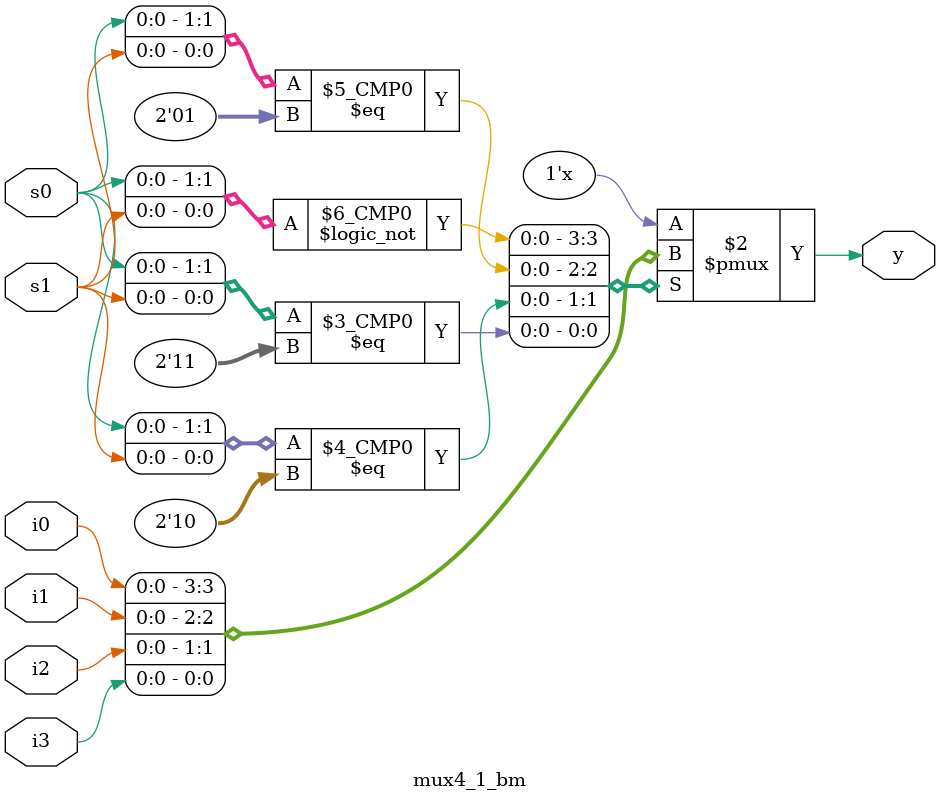
<source format=v>
module mux4_1_bm(i0,i1,i2,i3,s0,s1,y);
input i0,i1,i2,i3,s0,s1;
output reg y;
always@(*)
begin
case({s0,s1})
2'b00:y<=i0;
2'b01:y<=i1;
2'b10:y<=i2;
2'b11:y<=i3;
default: $display("invalid");
endcase
end
endmodule

</source>
